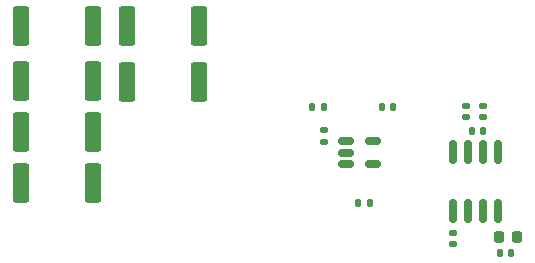
<source format=gbr>
%TF.GenerationSoftware,KiCad,Pcbnew,9.0.0*%
%TF.CreationDate,2025-04-18T20:07:31-05:00*%
%TF.ProjectId,RML,524d4c2e-6b69-4636-9164-5f7063625858,rev?*%
%TF.SameCoordinates,PX3473bc0PY2160ec0*%
%TF.FileFunction,Paste,Top*%
%TF.FilePolarity,Positive*%
%FSLAX46Y46*%
G04 Gerber Fmt 4.6, Leading zero omitted, Abs format (unit mm)*
G04 Created by KiCad (PCBNEW 9.0.0) date 2025-04-18 20:07:31*
%MOMM*%
%LPD*%
G01*
G04 APERTURE LIST*
G04 Aperture macros list*
%AMRoundRect*
0 Rectangle with rounded corners*
0 $1 Rounding radius*
0 $2 $3 $4 $5 $6 $7 $8 $9 X,Y pos of 4 corners*
0 Add a 4 corners polygon primitive as box body*
4,1,4,$2,$3,$4,$5,$6,$7,$8,$9,$2,$3,0*
0 Add four circle primitives for the rounded corners*
1,1,$1+$1,$2,$3*
1,1,$1+$1,$4,$5*
1,1,$1+$1,$6,$7*
1,1,$1+$1,$8,$9*
0 Add four rect primitives between the rounded corners*
20,1,$1+$1,$2,$3,$4,$5,0*
20,1,$1+$1,$4,$5,$6,$7,0*
20,1,$1+$1,$6,$7,$8,$9,0*
20,1,$1+$1,$8,$9,$2,$3,0*%
G04 Aperture macros list end*
%ADD10RoundRect,0.140000X-0.140000X-0.170000X0.140000X-0.170000X0.140000X0.170000X-0.140000X0.170000X0*%
%ADD11RoundRect,0.249999X0.450001X1.425001X-0.450001X1.425001X-0.450001X-1.425001X0.450001X-1.425001X0*%
%ADD12RoundRect,0.140000X-0.170000X0.140000X-0.170000X-0.140000X0.170000X-0.140000X0.170000X0.140000X0*%
%ADD13RoundRect,0.140000X0.140000X0.170000X-0.140000X0.170000X-0.140000X-0.170000X0.140000X-0.170000X0*%
%ADD14RoundRect,0.225000X-0.225000X-0.250000X0.225000X-0.250000X0.225000X0.250000X-0.225000X0.250000X0*%
%ADD15RoundRect,0.140000X0.170000X-0.140000X0.170000X0.140000X-0.170000X0.140000X-0.170000X-0.140000X0*%
%ADD16RoundRect,0.249999X-0.450001X-1.425001X0.450001X-1.425001X0.450001X1.425001X-0.450001X1.425001X0*%
%ADD17RoundRect,0.150000X-0.150000X0.825000X-0.150000X-0.825000X0.150000X-0.825000X0.150000X0.825000X0*%
%ADD18RoundRect,0.150000X-0.512500X-0.150000X0.512500X-0.150000X0.512500X0.150000X-0.512500X0.150000X0*%
G04 APERTURE END LIST*
D10*
%TO.C,C102*%
X51500992Y-31200000D03*
X52460992Y-31200000D03*
%TD*%
D11*
%TO.C,R104*%
X17050000Y-12000000D03*
X10950000Y-12000000D03*
%TD*%
D10*
%TO.C,R105*%
X49105000Y-20825860D03*
X50065000Y-20825860D03*
%TD*%
D12*
%TO.C,C103*%
X47540000Y-29460860D03*
X47540000Y-30420860D03*
%TD*%
D11*
%TO.C,R106*%
X26050000Y-12000000D03*
X19950000Y-12000000D03*
%TD*%
D13*
%TO.C,C105*%
X36580000Y-18800000D03*
X35620000Y-18800000D03*
%TD*%
D11*
%TO.C,R108*%
X26050000Y-16700000D03*
X19950000Y-16700000D03*
%TD*%
%TO.C,R102*%
X17050000Y-20988000D03*
X10950000Y-20988000D03*
%TD*%
D10*
%TO.C,C106*%
X41520000Y-18800000D03*
X42480000Y-18800000D03*
%TD*%
D14*
%TO.C,C101*%
X51425000Y-29800000D03*
X52975000Y-29800000D03*
%TD*%
D12*
%TO.C,C104*%
X50060000Y-18715860D03*
X50060000Y-19675860D03*
%TD*%
%TO.C,R109*%
X36600000Y-20820000D03*
X36600000Y-21780000D03*
%TD*%
D15*
%TO.C,R107*%
X48610000Y-19700860D03*
X48610000Y-18740860D03*
%TD*%
D16*
%TO.C,R103*%
X10950000Y-16621000D03*
X17050000Y-16621000D03*
%TD*%
D10*
%TO.C,R110*%
X39520000Y-27000000D03*
X40480000Y-27000000D03*
%TD*%
D17*
%TO.C,U102*%
X51340000Y-22675860D03*
X50070000Y-22675860D03*
X48800000Y-22675860D03*
X47530000Y-22675860D03*
X47530000Y-27625860D03*
X48800000Y-27625860D03*
X50070000Y-27625860D03*
X51340000Y-27625860D03*
%TD*%
D16*
%TO.C,R101*%
X10950000Y-25306000D03*
X17050000Y-25306000D03*
%TD*%
D18*
%TO.C,U104*%
X38462500Y-21750000D03*
X38462500Y-22700000D03*
X38462500Y-23650000D03*
X40737500Y-23650000D03*
X40737500Y-21750000D03*
%TD*%
M02*

</source>
